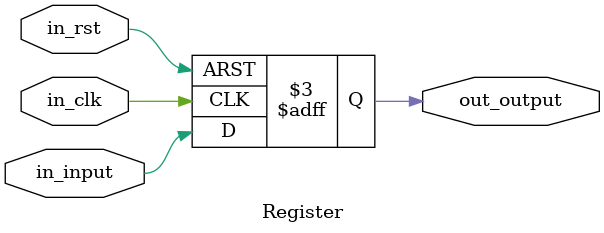
<source format=v>
`timescale 1ns / 1ps
module Register(in_input, in_clk, in_rst, out_output);
parameter reg_size = 1;

input [reg_size - 1:0] in_input;
input in_clk, in_rst;
output reg[reg_size - 1:0] out_output;

always@(posedge in_clk, negedge in_rst)
begin
	if(!in_rst)
	begin
		out_output <= 0;
	end
	else
	begin
		out_output <= in_input;
	end
end

endmodule

</source>
